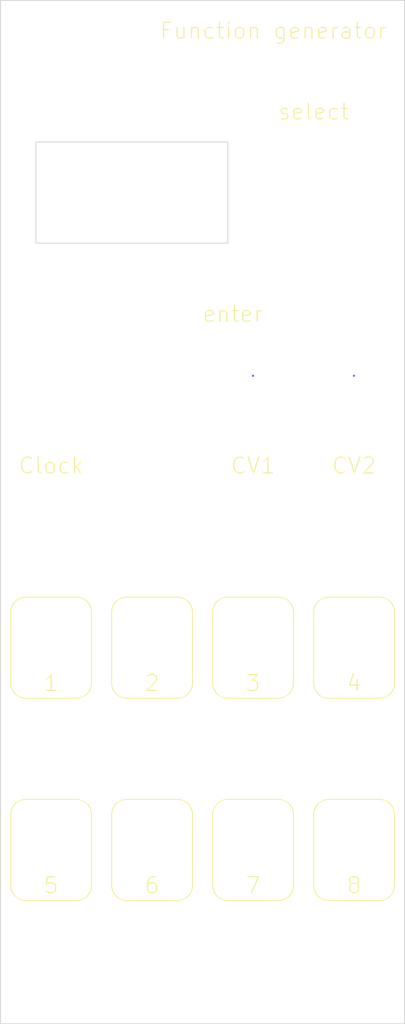
<source format=kicad_pcb>
(kicad_pcb (version 20171130) (host pcbnew "(5.1.8-0-10_14)")

  (general
    (thickness 1.6)
    (drawings 11)
    (tracks 2)
    (zones 0)
    (modules 24)
    (nets 3)
  )

  (page A4)
  (layers
    (0 F.Cu signal)
    (31 B.Cu signal)
    (32 B.Adhes user)
    (33 F.Adhes user)
    (34 B.Paste user)
    (35 F.Paste user)
    (36 B.SilkS user)
    (37 F.SilkS user)
    (38 B.Mask user)
    (39 F.Mask user)
    (40 Dwgs.User user)
    (41 Cmts.User user)
    (42 Eco1.User user)
    (43 Eco2.User user)
    (44 Edge.Cuts user)
    (45 Margin user)
    (46 B.CrtYd user)
    (47 F.CrtYd user)
    (48 B.Fab user)
    (49 F.Fab user)
  )

  (setup
    (last_trace_width 0.25)
    (user_trace_width 0.5)
    (user_trace_width 0.5)
    (user_trace_width 0.5)
    (user_trace_width 0.5)
    (user_trace_width 0.5)
    (trace_clearance 0.2)
    (zone_clearance 0.508)
    (zone_45_only no)
    (trace_min 0.2)
    (via_size 0.8)
    (via_drill 0.4)
    (via_min_size 0.4)
    (via_min_drill 0.3)
    (uvia_size 0.3)
    (uvia_drill 0.1)
    (uvias_allowed no)
    (uvia_min_size 0.2)
    (uvia_min_drill 0.1)
    (edge_width 0.1)
    (segment_width 0.2)
    (pcb_text_width 0.3)
    (pcb_text_size 1.5 1.5)
    (mod_edge_width 0.15)
    (mod_text_size 1 1)
    (mod_text_width 0.15)
    (pad_size 3.2 3.2)
    (pad_drill 3.2)
    (pad_to_mask_clearance 0)
    (aux_axis_origin 73.66 149.86)
    (grid_origin 73.66 149.86)
    (visible_elements FFFFFF7F)
    (pcbplotparams
      (layerselection 0x010fc_ffffffff)
      (usegerberextensions false)
      (usegerberattributes true)
      (usegerberadvancedattributes true)
      (creategerberjobfile true)
      (excludeedgelayer true)
      (linewidth 0.100000)
      (plotframeref false)
      (viasonmask false)
      (mode 1)
      (useauxorigin false)
      (hpglpennumber 1)
      (hpglpenspeed 20)
      (hpglpendiameter 15.000000)
      (psnegative false)
      (psa4output false)
      (plotreference true)
      (plotvalue true)
      (plotinvisibletext false)
      (padsonsilk false)
      (subtractmaskfromsilk false)
      (outputformat 1)
      (mirror false)
      (drillshape 1)
      (scaleselection 1)
      (outputdirectory ""))
  )

  (net 0 "")
  (net 1 "Net-(J2-PadT)")
  (net 2 "Net-(J3-PadT)")

  (net_class Default "これはデフォルトのネット クラスです。"
    (clearance 0.2)
    (trace_width 0.25)
    (via_dia 0.8)
    (via_drill 0.4)
    (uvia_dia 0.3)
    (uvia_drill 0.1)
    (add_net "Net-(J2-PadT)")
    (add_net "Net-(J3-PadT)")
  )

  (module Attenuverter:annotation_3.5mm_jack_out_bottom (layer F.Cu) (tedit 62AC84E3) (tstamp 62ACF1B5)
    (at 182.88 137.16)
    (fp_text reference 5 (at 0 5.715) (layer F.SilkS)
      (effects (font (size 2 2) (thickness 0.15)))
    )
    (fp_text value annotation_3.5mm_jack_out_bottom (at 0 -6.35) (layer F.Fab) hide
      (effects (font (size 1 1) (thickness 0.15)))
    )
    (fp_line (start -5.08 -3.175) (end -5.08 5.715) (layer F.SilkS) (width 0.12))
    (fp_line (start 5.08 -3.175) (end 5.08 5.715) (layer F.SilkS) (width 0.12))
    (fp_line (start 3.175 -5.08) (end -3.175 -5.08) (layer F.SilkS) (width 0.12))
    (fp_line (start -3.175 7.62) (end 3.175 7.62) (layer F.SilkS) (width 0.12))
    (fp_circle (center 0 0) (end 4 0) (layer Dwgs.User) (width 0.12))
    (fp_text user %R (at 0.3 0) (layer F.Fab) hide
      (effects (font (size 1 1) (thickness 0.15)))
    )
    (fp_arc (start -3.175 5.715) (end -5.08 5.715) (angle -90) (layer F.SilkS) (width 0.12))
    (fp_arc (start -3.175 -3.175) (end -3.175 -5.08) (angle -90) (layer F.SilkS) (width 0.12))
    (fp_arc (start 3.175 -3.175) (end 5.08 -3.175) (angle -90) (layer F.SilkS) (width 0.12))
    (fp_arc (start 3.175 5.715) (end 3.175 7.62) (angle -90) (layer F.SilkS) (width 0.12))
    (pad 1 np_thru_hole circle (at 0 0) (size 6 6) (drill 6) (layers *.Cu *.Mask))
  )

  (module Attenuverter:annotation_3.5mm_jack_out_bottom (layer F.Cu) (tedit 62AC84E3) (tstamp 62ACF1D1)
    (at 195.58 137.16)
    (fp_text reference 6 (at 0 5.715) (layer F.SilkS)
      (effects (font (size 2 2) (thickness 0.15)))
    )
    (fp_text value annotation_3.5mm_jack_out_bottom (at 0 -6.35) (layer F.Fab) hide
      (effects (font (size 1 1) (thickness 0.15)))
    )
    (fp_circle (center 0 0) (end 4 0) (layer Dwgs.User) (width 0.12))
    (fp_line (start -3.175 7.62) (end 3.175 7.62) (layer F.SilkS) (width 0.12))
    (fp_line (start 3.175 -5.08) (end -3.175 -5.08) (layer F.SilkS) (width 0.12))
    (fp_line (start 5.08 -3.175) (end 5.08 5.715) (layer F.SilkS) (width 0.12))
    (fp_line (start -5.08 -3.175) (end -5.08 5.715) (layer F.SilkS) (width 0.12))
    (fp_arc (start 3.175 5.715) (end 3.175 7.62) (angle -90) (layer F.SilkS) (width 0.12))
    (fp_arc (start 3.175 -3.175) (end 5.08 -3.175) (angle -90) (layer F.SilkS) (width 0.12))
    (fp_arc (start -3.175 -3.175) (end -3.175 -5.08) (angle -90) (layer F.SilkS) (width 0.12))
    (fp_arc (start -3.175 5.715) (end -5.08 5.715) (angle -90) (layer F.SilkS) (width 0.12))
    (fp_text user %R (at 0.3 0) (layer F.Fab) hide
      (effects (font (size 1 1) (thickness 0.15)))
    )
    (pad 1 np_thru_hole circle (at 0 0) (size 6 6) (drill 6) (layers *.Cu *.Mask))
  )

  (module Attenuverter:annotation_3.5mm_jack_out_bottom (layer F.Cu) (tedit 62AC84E3) (tstamp 62ACF1ED)
    (at 208.28 137.16)
    (fp_text reference 7 (at 0 5.715) (layer F.SilkS)
      (effects (font (size 2 2) (thickness 0.15)))
    )
    (fp_text value annotation_3.5mm_jack_out_bottom (at 0 -6.35) (layer F.Fab) hide
      (effects (font (size 1 1) (thickness 0.15)))
    )
    (fp_line (start -5.08 -3.175) (end -5.08 5.715) (layer F.SilkS) (width 0.12))
    (fp_line (start 5.08 -3.175) (end 5.08 5.715) (layer F.SilkS) (width 0.12))
    (fp_line (start 3.175 -5.08) (end -3.175 -5.08) (layer F.SilkS) (width 0.12))
    (fp_line (start -3.175 7.62) (end 3.175 7.62) (layer F.SilkS) (width 0.12))
    (fp_circle (center 0 0) (end 4 0) (layer Dwgs.User) (width 0.12))
    (fp_text user %R (at 0.3 0) (layer F.Fab) hide
      (effects (font (size 1 1) (thickness 0.15)))
    )
    (fp_arc (start -3.175 5.715) (end -5.08 5.715) (angle -90) (layer F.SilkS) (width 0.12))
    (fp_arc (start -3.175 -3.175) (end -3.175 -5.08) (angle -90) (layer F.SilkS) (width 0.12))
    (fp_arc (start 3.175 -3.175) (end 5.08 -3.175) (angle -90) (layer F.SilkS) (width 0.12))
    (fp_arc (start 3.175 5.715) (end 3.175 7.62) (angle -90) (layer F.SilkS) (width 0.12))
    (pad 1 np_thru_hole circle (at 0 0) (size 6 6) (drill 6) (layers *.Cu *.Mask))
  )

  (module Attenuverter:annotation_3.5mm_jack_out_bottom (layer F.Cu) (tedit 62AC84E3) (tstamp 62ACF209)
    (at 220.98 137.16)
    (fp_text reference 8 (at 0 5.715) (layer F.SilkS)
      (effects (font (size 2 2) (thickness 0.15)))
    )
    (fp_text value annotation_3.5mm_jack_out_bottom (at 0 -6.35) (layer F.Fab) hide
      (effects (font (size 1 1) (thickness 0.15)))
    )
    (fp_circle (center 0 0) (end 4 0) (layer Dwgs.User) (width 0.12))
    (fp_line (start -3.175 7.62) (end 3.175 7.62) (layer F.SilkS) (width 0.12))
    (fp_line (start 3.175 -5.08) (end -3.175 -5.08) (layer F.SilkS) (width 0.12))
    (fp_line (start 5.08 -3.175) (end 5.08 5.715) (layer F.SilkS) (width 0.12))
    (fp_line (start -5.08 -3.175) (end -5.08 5.715) (layer F.SilkS) (width 0.12))
    (fp_arc (start 3.175 5.715) (end 3.175 7.62) (angle -90) (layer F.SilkS) (width 0.12))
    (fp_arc (start 3.175 -3.175) (end 5.08 -3.175) (angle -90) (layer F.SilkS) (width 0.12))
    (fp_arc (start -3.175 -3.175) (end -3.175 -5.08) (angle -90) (layer F.SilkS) (width 0.12))
    (fp_arc (start -3.175 5.715) (end -5.08 5.715) (angle -90) (layer F.SilkS) (width 0.12))
    (fp_text user %R (at 0.3 0) (layer F.Fab) hide
      (effects (font (size 1 1) (thickness 0.15)))
    )
    (pad 1 np_thru_hole circle (at 0 0) (size 6 6) (drill 6) (layers *.Cu *.Mask))
  )

  (module MountingHole:MountingHole_4mm (layer F.Cu) (tedit 56D1B4CB) (tstamp 62ACF1A6)
    (at 220.98 128.27)
    (descr "Mounting Hole 4mm, no annular")
    (tags "mounting hole 4mm no annular")
    (attr virtual)
    (fp_text reference Clock (at 0 -5) (layer F.SilkS) hide
      (effects (font (size 1 1) (thickness 0.15)))
    )
    (fp_text value MountingHole_4mm (at 0 5) (layer F.Fab) hide
      (effects (font (size 1 1) (thickness 0.15)))
    )
    (fp_circle (center 0 0) (end 4.25 0) (layer F.CrtYd) (width 0.05))
    (fp_circle (center 0 0) (end 4 0) (layer Cmts.User) (width 0.15))
    (fp_text user %R (at 0.3 0) (layer F.Fab)
      (effects (font (size 1 1) (thickness 0.15)))
    )
    (pad 1 np_thru_hole circle (at 0 0) (size 4 4) (drill 4) (layers *.Cu *.Mask))
  )

  (module MountingHole:MountingHole_4mm (layer F.Cu) (tedit 56D1B4CB) (tstamp 62ACF198)
    (at 208.28 128.27)
    (descr "Mounting Hole 4mm, no annular")
    (tags "mounting hole 4mm no annular")
    (attr virtual)
    (fp_text reference Clock (at 0 -5) (layer F.SilkS) hide
      (effects (font (size 1 1) (thickness 0.15)))
    )
    (fp_text value MountingHole_4mm (at 0 5) (layer F.Fab) hide
      (effects (font (size 1 1) (thickness 0.15)))
    )
    (fp_circle (center 0 0) (end 4 0) (layer Cmts.User) (width 0.15))
    (fp_circle (center 0 0) (end 4.25 0) (layer F.CrtYd) (width 0.05))
    (fp_text user %R (at 0.3 0) (layer F.Fab)
      (effects (font (size 1 1) (thickness 0.15)))
    )
    (pad 1 np_thru_hole circle (at 0 0) (size 4 4) (drill 4) (layers *.Cu *.Mask))
  )

  (module MountingHole:MountingHole_4mm (layer F.Cu) (tedit 56D1B4CB) (tstamp 62ACF18A)
    (at 195.58 128.27)
    (descr "Mounting Hole 4mm, no annular")
    (tags "mounting hole 4mm no annular")
    (attr virtual)
    (fp_text reference Clock (at 0 -5) (layer F.SilkS) hide
      (effects (font (size 1 1) (thickness 0.15)))
    )
    (fp_text value MountingHole_4mm (at 0 5) (layer F.Fab) hide
      (effects (font (size 1 1) (thickness 0.15)))
    )
    (fp_circle (center 0 0) (end 4.25 0) (layer F.CrtYd) (width 0.05))
    (fp_circle (center 0 0) (end 4 0) (layer Cmts.User) (width 0.15))
    (fp_text user %R (at 0.3 0) (layer F.Fab)
      (effects (font (size 1 1) (thickness 0.15)))
    )
    (pad 1 np_thru_hole circle (at 0 0) (size 4 4) (drill 4) (layers *.Cu *.Mask))
  )

  (module MountingHole:MountingHole_4mm (layer F.Cu) (tedit 56D1B4CB) (tstamp 62ACF17C)
    (at 182.88 128.27)
    (descr "Mounting Hole 4mm, no annular")
    (tags "mounting hole 4mm no annular")
    (attr virtual)
    (fp_text reference Clock (at 0 -5) (layer F.SilkS) hide
      (effects (font (size 1 1) (thickness 0.15)))
    )
    (fp_text value MountingHole_4mm (at 0 5) (layer F.Fab) hide
      (effects (font (size 1 1) (thickness 0.15)))
    )
    (fp_circle (center 0 0) (end 4 0) (layer Cmts.User) (width 0.15))
    (fp_circle (center 0 0) (end 4.25 0) (layer F.CrtYd) (width 0.05))
    (fp_text user %R (at 0.3 0) (layer F.Fab)
      (effects (font (size 1 1) (thickness 0.15)))
    )
    (pad 1 np_thru_hole circle (at 0 0) (size 4 4) (drill 4) (layers *.Cu *.Mask))
  )

  (module MountingHole:MountingHole_4mm (layer F.Cu) (tedit 56D1B4CB) (tstamp 62ACF16E)
    (at 220.98 102.87)
    (descr "Mounting Hole 4mm, no annular")
    (tags "mounting hole 4mm no annular")
    (attr virtual)
    (fp_text reference Clock (at 0 -5) (layer F.SilkS) hide
      (effects (font (size 1 1) (thickness 0.15)))
    )
    (fp_text value MountingHole_4mm (at 0 5) (layer F.Fab) hide
      (effects (font (size 1 1) (thickness 0.15)))
    )
    (fp_circle (center 0 0) (end 4.25 0) (layer F.CrtYd) (width 0.05))
    (fp_circle (center 0 0) (end 4 0) (layer Cmts.User) (width 0.15))
    (fp_text user %R (at 0.3 0) (layer F.Fab)
      (effects (font (size 1 1) (thickness 0.15)))
    )
    (pad 1 np_thru_hole circle (at 0 0) (size 4 4) (drill 4) (layers *.Cu *.Mask))
  )

  (module MountingHole:MountingHole_4mm (layer F.Cu) (tedit 56D1B4CB) (tstamp 62ACF160)
    (at 208.28 102.87)
    (descr "Mounting Hole 4mm, no annular")
    (tags "mounting hole 4mm no annular")
    (attr virtual)
    (fp_text reference Clock (at 0 -5) (layer F.SilkS) hide
      (effects (font (size 1 1) (thickness 0.15)))
    )
    (fp_text value MountingHole_4mm (at 0 5) (layer F.Fab) hide
      (effects (font (size 1 1) (thickness 0.15)))
    )
    (fp_circle (center 0 0) (end 4 0) (layer Cmts.User) (width 0.15))
    (fp_circle (center 0 0) (end 4.25 0) (layer F.CrtYd) (width 0.05))
    (fp_text user %R (at 0.3 0) (layer F.Fab)
      (effects (font (size 1 1) (thickness 0.15)))
    )
    (pad 1 np_thru_hole circle (at 0 0) (size 4 4) (drill 4) (layers *.Cu *.Mask))
  )

  (module MountingHole:MountingHole_4mm (layer F.Cu) (tedit 56D1B4CB) (tstamp 62ACF152)
    (at 195.58 102.87)
    (descr "Mounting Hole 4mm, no annular")
    (tags "mounting hole 4mm no annular")
    (attr virtual)
    (fp_text reference Clock (at 0 -5) (layer F.SilkS) hide
      (effects (font (size 1 1) (thickness 0.15)))
    )
    (fp_text value MountingHole_4mm (at 0 5) (layer F.Fab) hide
      (effects (font (size 1 1) (thickness 0.15)))
    )
    (fp_circle (center 0 0) (end 4.25 0) (layer F.CrtYd) (width 0.05))
    (fp_circle (center 0 0) (end 4 0) (layer Cmts.User) (width 0.15))
    (fp_text user %R (at 0.3 0) (layer F.Fab)
      (effects (font (size 1 1) (thickness 0.15)))
    )
    (pad 1 np_thru_hole circle (at 0 0) (size 4 4) (drill 4) (layers *.Cu *.Mask))
  )

  (module MountingHole:MountingHole_4mm (layer F.Cu) (tedit 56D1B4CB) (tstamp 62ACF143)
    (at 182.88 102.87)
    (descr "Mounting Hole 4mm, no annular")
    (tags "mounting hole 4mm no annular")
    (attr virtual)
    (fp_text reference Clock (at 0 -5) (layer F.SilkS) hide
      (effects (font (size 1 1) (thickness 0.15)))
    )
    (fp_text value MountingHole_4mm (at 0 5) (layer F.Fab) hide
      (effects (font (size 1 1) (thickness 0.15)))
    )
    (fp_circle (center 0 0) (end 4.25 0) (layer F.CrtYd) (width 0.05))
    (fp_circle (center 0 0) (end 4 0) (layer Cmts.User) (width 0.15))
    (fp_text user %R (at 0.3 0) (layer F.Fab)
      (effects (font (size 1 1) (thickness 0.15)))
    )
    (pad 1 np_thru_hole circle (at 0 0) (size 4 4) (drill 4) (layers *.Cu *.Mask))
  )

  (module Attenuverter:annotation_3.5mm_jack_out_bottom (layer F.Cu) (tedit 62AC84E3) (tstamp 62ACF06D)
    (at 220.98 111.76)
    (fp_text reference 4 (at 0 5.715) (layer F.SilkS)
      (effects (font (size 2 2) (thickness 0.15)))
    )
    (fp_text value annotation_3.5mm_jack_out_bottom (at 0 -6.35) (layer F.Fab) hide
      (effects (font (size 1 1) (thickness 0.15)))
    )
    (fp_circle (center 0 0) (end 4 0) (layer Dwgs.User) (width 0.12))
    (fp_line (start -3.175 7.62) (end 3.175 7.62) (layer F.SilkS) (width 0.12))
    (fp_line (start 3.175 -5.08) (end -3.175 -5.08) (layer F.SilkS) (width 0.12))
    (fp_line (start 5.08 -3.175) (end 5.08 5.715) (layer F.SilkS) (width 0.12))
    (fp_line (start -5.08 -3.175) (end -5.08 5.715) (layer F.SilkS) (width 0.12))
    (fp_arc (start 3.175 5.715) (end 3.175 7.62) (angle -90) (layer F.SilkS) (width 0.12))
    (fp_arc (start 3.175 -3.175) (end 5.08 -3.175) (angle -90) (layer F.SilkS) (width 0.12))
    (fp_arc (start -3.175 -3.175) (end -3.175 -5.08) (angle -90) (layer F.SilkS) (width 0.12))
    (fp_arc (start -3.175 5.715) (end -5.08 5.715) (angle -90) (layer F.SilkS) (width 0.12))
    (fp_text user %R (at 0.3 0) (layer F.Fab) hide
      (effects (font (size 1 1) (thickness 0.15)))
    )
    (pad 1 np_thru_hole circle (at 0 0) (size 6 6) (drill 6) (layers *.Cu *.Mask))
  )

  (module Attenuverter:annotation_3.5mm_jack_out_bottom (layer F.Cu) (tedit 62AC84E3) (tstamp 62ACEFEC)
    (at 208.28 111.76)
    (fp_text reference 3 (at 0 5.715) (layer F.SilkS)
      (effects (font (size 2 2) (thickness 0.15)))
    )
    (fp_text value annotation_3.5mm_jack_out_bottom (at 0 -6.35) (layer F.Fab) hide
      (effects (font (size 1 1) (thickness 0.15)))
    )
    (fp_circle (center 0 0) (end 4 0) (layer Dwgs.User) (width 0.12))
    (fp_line (start -3.175 7.62) (end 3.175 7.62) (layer F.SilkS) (width 0.12))
    (fp_line (start 3.175 -5.08) (end -3.175 -5.08) (layer F.SilkS) (width 0.12))
    (fp_line (start 5.08 -3.175) (end 5.08 5.715) (layer F.SilkS) (width 0.12))
    (fp_line (start -5.08 -3.175) (end -5.08 5.715) (layer F.SilkS) (width 0.12))
    (fp_arc (start 3.175 5.715) (end 3.175 7.62) (angle -90) (layer F.SilkS) (width 0.12))
    (fp_arc (start 3.175 -3.175) (end 5.08 -3.175) (angle -90) (layer F.SilkS) (width 0.12))
    (fp_arc (start -3.175 -3.175) (end -3.175 -5.08) (angle -90) (layer F.SilkS) (width 0.12))
    (fp_arc (start -3.175 5.715) (end -5.08 5.715) (angle -90) (layer F.SilkS) (width 0.12))
    (fp_text user %R (at 0.3 0) (layer F.Fab) hide
      (effects (font (size 1 1) (thickness 0.15)))
    )
    (pad 1 np_thru_hole circle (at 0 0) (size 6 6) (drill 6) (layers *.Cu *.Mask))
  )

  (module Attenuverter:annotation_3.5mm_jack_out_bottom (layer F.Cu) (tedit 62AC84E3) (tstamp 62ACEF6C)
    (at 195.58 111.76)
    (fp_text reference 2 (at 0 5.715) (layer F.SilkS)
      (effects (font (size 2 2) (thickness 0.15)))
    )
    (fp_text value annotation_3.5mm_jack_out_bottom (at 0 -6.35) (layer F.Fab) hide
      (effects (font (size 1 1) (thickness 0.15)))
    )
    (fp_circle (center 0 0) (end 4 0) (layer Dwgs.User) (width 0.12))
    (fp_line (start -3.175 7.62) (end 3.175 7.62) (layer F.SilkS) (width 0.12))
    (fp_line (start 3.175 -5.08) (end -3.175 -5.08) (layer F.SilkS) (width 0.12))
    (fp_line (start 5.08 -3.175) (end 5.08 5.715) (layer F.SilkS) (width 0.12))
    (fp_line (start -5.08 -3.175) (end -5.08 5.715) (layer F.SilkS) (width 0.12))
    (fp_arc (start 3.175 5.715) (end 3.175 7.62) (angle -90) (layer F.SilkS) (width 0.12))
    (fp_arc (start 3.175 -3.175) (end 5.08 -3.175) (angle -90) (layer F.SilkS) (width 0.12))
    (fp_arc (start -3.175 -3.175) (end -3.175 -5.08) (angle -90) (layer F.SilkS) (width 0.12))
    (fp_arc (start -3.175 5.715) (end -5.08 5.715) (angle -90) (layer F.SilkS) (width 0.12))
    (fp_text user %R (at 0.3 0) (layer F.Fab) hide
      (effects (font (size 1 1) (thickness 0.15)))
    )
    (pad 1 np_thru_hole circle (at 0 0) (size 6 6) (drill 6) (layers *.Cu *.Mask))
  )

  (module Attenuverter:annotation_3.5mm_jack_out_bottom (layer F.Cu) (tedit 62AC84E3) (tstamp 62ACEE71)
    (at 182.88 111.76)
    (fp_text reference 1 (at 0 5.715) (layer F.SilkS)
      (effects (font (size 2 2) (thickness 0.15)))
    )
    (fp_text value annotation_3.5mm_jack_out_bottom (at 0 -6.35) (layer F.Fab) hide
      (effects (font (size 1 1) (thickness 0.15)))
    )
    (fp_circle (center 0 0) (end 4 0) (layer Dwgs.User) (width 0.12))
    (fp_line (start -3.175 7.62) (end 3.175 7.62) (layer F.SilkS) (width 0.12))
    (fp_line (start 3.175 -5.08) (end -3.175 -5.08) (layer F.SilkS) (width 0.12))
    (fp_line (start 5.08 -3.175) (end 5.08 5.715) (layer F.SilkS) (width 0.12))
    (fp_line (start -5.08 -3.175) (end -5.08 5.715) (layer F.SilkS) (width 0.12))
    (fp_arc (start 3.175 5.715) (end 3.175 7.62) (angle -90) (layer F.SilkS) (width 0.12))
    (fp_arc (start 3.175 -3.175) (end 5.08 -3.175) (angle -90) (layer F.SilkS) (width 0.12))
    (fp_arc (start -3.175 -3.175) (end -3.175 -5.08) (angle -90) (layer F.SilkS) (width 0.12))
    (fp_arc (start -3.175 5.715) (end -5.08 5.715) (angle -90) (layer F.SilkS) (width 0.12))
    (fp_text user %R (at 0.3 0) (layer F.Fab) hide
      (effects (font (size 1 1) (thickness 0.15)))
    )
    (pad 1 np_thru_hole circle (at 0 0) (size 6 6) (drill 6) (layers *.Cu *.Mask))
  )

  (module Attenuverter:annotation_3.5mm_jack_in (layer F.Cu) (tedit 6226F220) (tstamp 62ACE9DA)
    (at 220.98 83.82)
    (fp_text reference CV2 (at 0 6.35) (layer F.SilkS)
      (effects (font (size 2 2) (thickness 0.15)))
    )
    (fp_text value annotation_3.5mm_jack_in (at 0 6.35) (layer F.Fab) hide
      (effects (font (size 1 1) (thickness 0.15)))
    )
    (fp_circle (center 0 0) (end 4 0) (layer Dwgs.User) (width 0.12))
    (fp_text user %R (at 0.3 0) (layer F.Fab) hide
      (effects (font (size 1 1) (thickness 0.15)))
    )
    (pad 1 np_thru_hole circle (at 0 0) (size 6 6) (drill 6) (layers *.Cu *.Mask))
  )

  (module Attenuverter:annotation_3.5mm_jack_in (layer F.Cu) (tedit 6226F220) (tstamp 62ACEADA)
    (at 208.28 83.82)
    (fp_text reference CV1 (at 0 6.35) (layer F.SilkS)
      (effects (font (size 2 2) (thickness 0.15)))
    )
    (fp_text value annotation_3.5mm_jack_in (at 0 6.35) (layer F.Fab) hide
      (effects (font (size 1 1) (thickness 0.15)))
    )
    (fp_circle (center 0 0) (end 4 0) (layer Dwgs.User) (width 0.12))
    (fp_text user %R (at 0.3 0) (layer F.Fab) hide
      (effects (font (size 1 1) (thickness 0.15)))
    )
    (pad 1 np_thru_hole circle (at 0 0) (size 6 6) (drill 6) (layers *.Cu *.Mask))
  )

  (module Attenuverter:annotation_3.5mm_jack_in (layer F.Cu) (tedit 6226F220) (tstamp 622AC48C)
    (at 182.88 83.82)
    (fp_text reference Clock (at 0 6.35) (layer F.SilkS)
      (effects (font (size 2 2) (thickness 0.15)))
    )
    (fp_text value annotation_3.5mm_jack_in (at 0 6.35) (layer F.Fab) hide
      (effects (font (size 1 1) (thickness 0.15)))
    )
    (fp_circle (center 0 0) (end 4 0) (layer Dwgs.User) (width 0.12))
    (fp_text user %R (at 0.3 0) (layer F.Fab) hide
      (effects (font (size 1 1) (thickness 0.15)))
    )
    (pad 1 np_thru_hole circle (at 0 0) (size 6 6) (drill 6) (layers *.Cu *.Mask))
  )

  (module MountingHole:MountingHole_3.2mm_M3 (layer F.Cu) (tedit 56D1B4CB) (tstamp 622B0062)
    (at 222.25 156.71)
    (descr "Mounting Hole 3.2mm, no annular, M3")
    (tags "mounting hole 3.2mm no annular m3")
    (attr virtual)
    (fp_text reference REF** (at 0 -4.2) (layer F.SilkS) hide
      (effects (font (size 1 1) (thickness 0.15)))
    )
    (fp_text value MountingHole_3.2mm_M3 (at 0 4.2) (layer F.Fab) hide
      (effects (font (size 1 1) (thickness 0.15)))
    )
    (fp_circle (center 0 0) (end 3.2 0) (layer Cmts.User) (width 0.15))
    (fp_circle (center 0 0) (end 3.45 0) (layer F.CrtYd) (width 0.05))
    (fp_text user %R (at 4.12 0.54) (layer F.Fab) hide
      (effects (font (size 1 1) (thickness 0.15)))
    )
    (pad 1 np_thru_hole circle (at 0 0) (size 3.2 3.2) (drill 3.2) (layers *.Cu *.Mask))
  )

  (module MountingHole:MountingHole_3.2mm_M3 (layer F.Cu) (tedit 56D1B4CB) (tstamp 622B0008)
    (at 181.61 35.25)
    (descr "Mounting Hole 3.2mm, no annular, M3")
    (tags "mounting hole 3.2mm no annular m3")
    (attr virtual)
    (fp_text reference REF** (at 0 -4.2) (layer F.SilkS) hide
      (effects (font (size 1 1) (thickness 0.15)))
    )
    (fp_text value MountingHole_3.2mm_M3 (at 0 4.2) (layer F.Fab) hide
      (effects (font (size 1 1) (thickness 0.15)))
    )
    (fp_circle (center 0 0) (end 3.2 0) (layer Cmts.User) (width 0.15))
    (fp_circle (center 0 0) (end 3.45 0) (layer F.CrtYd) (width 0.05))
    (fp_text user %R (at 1.27 -0.31) (layer F.Fab) hide
      (effects (font (size 1 1) (thickness 0.15)))
    )
    (pad 1 np_thru_hole circle (at 0 0) (size 3.2 3.2) (drill 3.2) (layers *.Cu *.Mask))
  )

  (module Attenuverter:annotation_5.9mm_button (layer F.Cu) (tedit 622AA7A9) (tstamp 62AC43CB)
    (at 215.9 71.12)
    (fp_text reference enter (at -10.16 0) (layer F.SilkS)
      (effects (font (size 2 2) (thickness 0.15)))
    )
    (fp_text value annotation_5.9mm_button (at 0 6.985) (layer F.Fab) hide
      (effects (font (size 1 1) (thickness 0.15)))
    )
    (fp_circle (center 0 0) (end 5.7 0) (layer Dwgs.User) (width 0.12))
    (pad "" np_thru_hole circle (at 0 0) (size 5.9 5.9) (drill 5.9) (layers *.Cu *.Mask))
  )

  (module MountingHole:MountingHole_4mm (layer F.Cu) (tedit 56D1B4CB) (tstamp 622B22D8)
    (at 182.88 74.93)
    (descr "Mounting Hole 4mm, no annular")
    (tags "mounting hole 4mm no annular")
    (attr virtual)
    (fp_text reference Clock (at 0 -5) (layer F.SilkS) hide
      (effects (font (size 1 1) (thickness 0.15)))
    )
    (fp_text value MountingHole_4mm (at 0 5) (layer F.Fab) hide
      (effects (font (size 1 1) (thickness 0.15)))
    )
    (fp_circle (center 0 0) (end 4 0) (layer Cmts.User) (width 0.15))
    (fp_circle (center 0 0) (end 4.25 0) (layer F.CrtYd) (width 0.05))
    (fp_text user %R (at 0.3 0) (layer F.Fab)
      (effects (font (size 1 1) (thickness 0.15)))
    )
    (pad 1 np_thru_hole circle (at 0 0) (size 4 4) (drill 4) (layers *.Cu *.Mask))
  )

  (module Attenuverter:annotation_6.8mm (layer F.Cu) (tedit 622AA4F6) (tstamp 622AC407)
    (at 215.9 55.88)
    (fp_text reference select (at 0 -10.16) (layer F.SilkS)
      (effects (font (size 2 2) (thickness 0.15)))
    )
    (fp_text value annotation_6.8mm (at 0 8.89) (layer F.Fab) hide
      (effects (font (size 1 1) (thickness 0.15)))
    )
    (fp_circle (center 0 0) (end 7.75 0) (layer Dwgs.User) (width 0.12))
    (pad "" np_thru_hole circle (at 0 0) (size 6.8 6.8) (drill 6.8) (layers *.Cu *.Mask))
  )

  (gr_text "Function generator" (at 210.82 35.56) (layer F.SilkS)
    (effects (font (size 2 2) (thickness 0.15)))
  )
  (gr_line (start 176.53 31.75) (end 176.53 160.25) (layer Edge.Cuts) (width 0.1) (tstamp 62ACEDFA))
  (gr_line (start 176.53 151) (end 227.33 151) (layer Dwgs.User) (width 0.15))
  (gr_line (start 176.53 41) (end 227.33 41) (layer Dwgs.User) (width 0.15))
  (gr_line (start 176.53 160.25) (end 227.33 160.25) (layer Edge.Cuts) (width 0.1) (tstamp 6229F1B6))
  (gr_line (start 227.33 31.75) (end 227.33 160.25) (layer Edge.Cuts) (width 0.1) (tstamp 6229F1AC))
  (gr_line (start 176.53 31.75) (end 227.33 31.75) (layer Edge.Cuts) (width 0.1))
  (gr_line (start 180.975 49.53) (end 180.975 62.23) (layer Edge.Cuts) (width 0.1) (tstamp 622AC40F))
  (gr_line (start 180.975 62.23) (end 205.105 62.23) (layer Edge.Cuts) (width 0.1) (tstamp 622AC40E))
  (gr_line (start 205.105 62.23) (end 205.105 49.53) (layer Edge.Cuts) (width 0.1) (tstamp 622AC40D))
  (gr_line (start 205.105 49.53) (end 180.975 49.53) (layer Edge.Cuts) (width 0.1) (tstamp 622AC40C))

  (segment (start 208.28 78.87) (end 208.25 78.9) (width 0.25) (layer B.Cu) (net 1))
  (segment (start 220.98 78.87) (end 220.95 78.9) (width 0.25) (layer B.Cu) (net 2))

)

</source>
